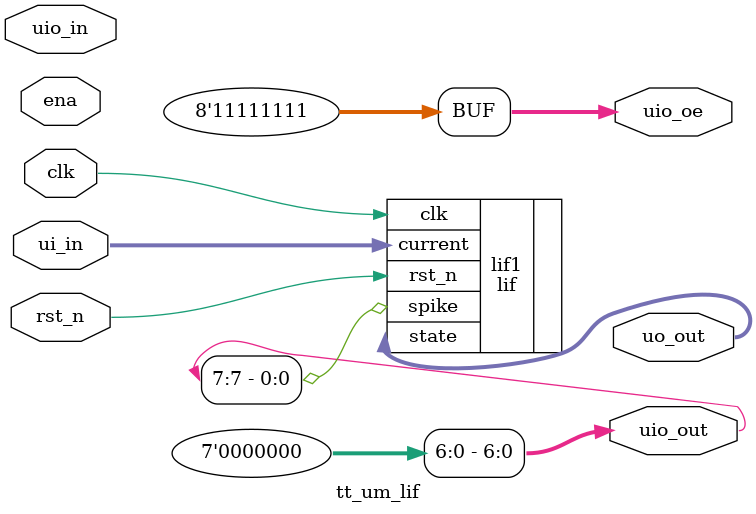
<source format=v>
`default_nettype none

module tt_um_lif (
    input  wire [7:0] ui_in,    // Dedicated inputs - connected to the input switches
    output wire [7:0] uo_out,   // Dedicated outputs - connected to the 7 segment display
    input  wire [7:0] uio_in,   // IOs: Bidirectional Input path
    output wire [7:0] uio_out,  // IOs: Bidirectional Output path
    output wire [7:0] uio_oe,   // IOs: Bidirectional Enable path (active high: 0=input, 1=output)
    input  wire       ena,      // will go high when the design is enabled
    input  wire       clk,      // clock
    input  wire       rst_n     // reset_n - low to reset
);


    // use bidirectionals as outputs
    assign uio_oe = 8'b11111111;
    assign uio_out[6:0] = 6'd0;

    // instantiate lif neuron
    lif lif1(.current(ui_in), .clk(clk), .rst_n(rst_n), .spike(uio_out[7]), .state(uo_out));
    // lif lif2(.current({uio_out[7], 7'b0000000}), .clk(clk), .rst_n(rst_n), .spike(uio_out[6]), .state(uo_out));

endmodule

</source>
